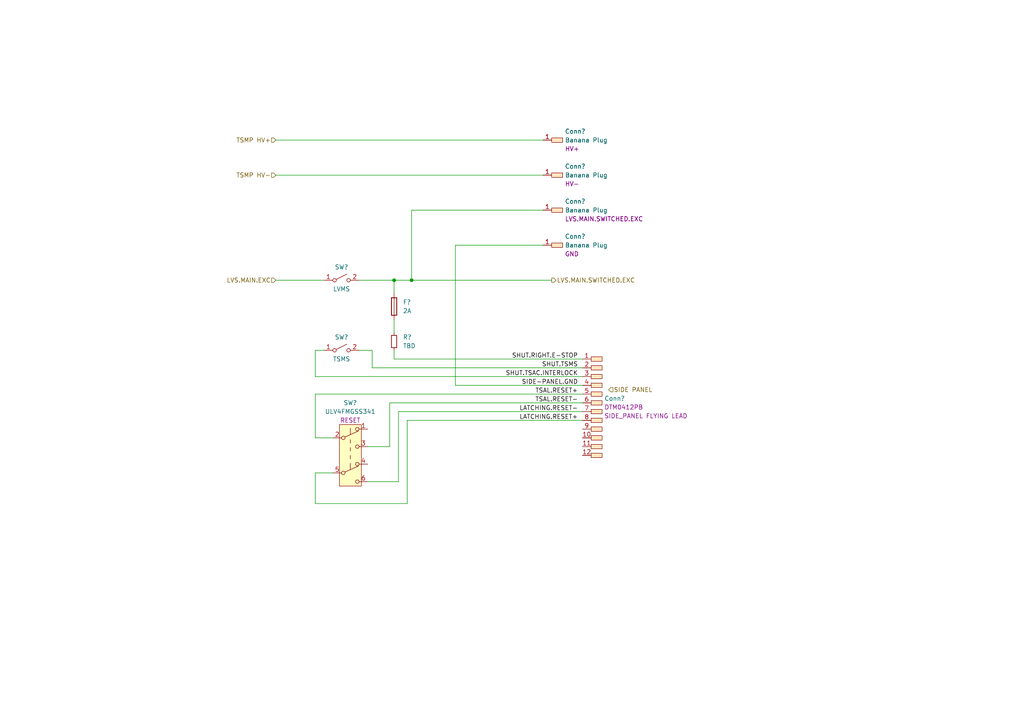
<source format=kicad_sch>
(kicad_sch (version 20231120) (generator "eeschema") (generator_version "8.0")
  (paper "A4")
  (title_block (title "LOOM - SIDE PANEL"))
  (lib_symbols
    (symbol "Connectors_SUFST:Banana Plug"
      (property "Reference" "Conn" (at 0 -1.905 0))
      (property "Connection Type" "HV" (at 0 1.905 0))
      (symbol "Banana Plug_1_1"
        (rectangle (start -3.81 -6.35) (end -0.635 -7.62) (fill (type color) (color 255 229 191 1)))
        (pin input line (at 1.905 -6.985 180) (length 2.54) (name "") (number "1"))
      )
    )
    (symbol "Connectors_SUFST:Deutsch_DTM_12P_Pin"
      (property "Reference" "Conn" (at 0 -1.905 0))
      (property "P/N" "DTM0412PB" (at 0 0 0))
      (symbol "Deutsch_DTM_12P_Pin_0_1"
        (polyline (pts (xy -0.635 -29.845) (xy 1.905 -29.845)))
        (polyline (pts (xy -0.635 -24.765) (xy 1.905 -24.765)))
        (polyline (pts (xy -0.635 -19.685) (xy 1.905 -19.685)))
        (polyline (pts (xy -0.635 -14.605) (xy 1.905 -14.605)))
        (polyline (pts (xy -0.635 -9.525) (xy 1.905 -9.525)))
        (polyline (pts (xy -0.635 -4.445) (xy 1.905 -4.445)))
      )
      (symbol "Deutsch_DTM_12P_Pin_1_1"
        (rectangle (start -3.81 -31.75) (end -0.635 -33.02) (fill (type color) (color 255 229 191 1)))
        (rectangle (start -3.81 -29.21) (end -0.635 -30.48) (fill (type color) (color 255 229 191 1)))
        (rectangle (start -3.81 -26.67) (end -0.635 -27.94) (fill (type color) (color 255 229 191 1)))
        (rectangle (start -3.81 -24.13) (end -0.635 -25.4) (fill (type color) (color 255 229 191 1)))
        (rectangle (start -3.81 -21.59) (end -0.635 -22.86) (fill (type color) (color 255 229 191 1)))
        (rectangle (start -3.81 -19.05) (end -0.635 -20.32) (fill (type color) (color 255 229 191 1)))
        (rectangle (start -3.81 -16.51) (end -0.635 -17.78) (fill (type color) (color 255 229 191 1)))
        (rectangle (start -3.81 -13.97) (end -0.635 -15.24) (fill (type color) (color 255 229 191 1)))
        (rectangle (start -3.81 -11.43) (end -0.635 -12.7) (fill (type color) (color 255 229 191 1)))
        (rectangle (start -3.81 -8.89) (end -0.635 -10.16) (fill (type color) (color 255 229 191 1)))
        (rectangle (start -3.81 -6.35) (end -0.635 -7.62) (fill (type color) (color 255 229 191 1)))
        (rectangle (start -3.81 -3.81) (end -0.635 -5.08) (fill (type color) (color 255 229 191 1)))
        (pin input line (at 1.905 -32.385 180) (length 2.54) (name "") (number "1"))
        (pin input line (at 1.905 -9.525 180) (length 2.54) (name "") (number "10"))
        (pin input line (at 1.905 -6.985 180) (length 2.54) (name "") (number "11"))
        (pin input line (at 1.905 -4.445 180) (length 2.54) (name "") (number "12"))
        (pin input line (at 1.905 -29.845 180) (length 2.54) (name "") (number "2"))
        (pin input line (at 1.905 -27.305 180) (length 2.54) (name "") (number "3"))
        (pin input line (at 1.905 -24.765 180) (length 2.54) (name "") (number "4"))
        (pin input line (at 1.905 -22.225 180) (length 2.54) (name "") (number "5"))
        (pin input line (at 1.905 -19.685 180) (length 2.54) (name "") (number "6"))
        (pin input line (at 1.905 -17.145 180) (length 2.54) (name "") (number "7"))
        (pin input line (at 1.905 -14.605 180) (length 2.54) (name "") (number "8"))
        (pin input line (at 1.905 -12.065 180) (length 2.54) (name "") (number "9"))
      )
    )
    (symbol "Device:Fuse" (pin_numbers hide) (pin_names (offset 0))
      (property "Reference" "F" (at 2.032 0 90))
      (property "Value" "Fuse" (at -1.905 0 90))
      (symbol "Fuse_0_1"
        (rectangle (start -0.762 -2.54) (end 0.762 2.54) (stroke (width 0.254)))
        (polyline (pts (xy 0 2.54) (xy 0 -2.54)))
      )
      (symbol "Fuse_1_1"
        (pin passive line (at 0 3.81 270) (length 1.27) (name "~") (number "1"))
        (pin passive line (at 0 -3.81 90) (length 1.27) (name "~") (number "2"))
      )
    )
    (symbol "Device:R_Small" (pin_numbers hide) (pin_names (offset 0.254) hide)
      (property "Reference" "R" (at 0.762 0.508 0))
      (property "Value" "R_Small" (at 0.762 -1.016 0))
      (symbol "R_Small_0_1"
        (rectangle (start -0.762 1.778) (end 0.762 -1.778) (stroke (width 0.2032)))
      )
      (symbol "R_Small_1_1"
        (pin passive line (at 0 2.54 270) (length 0.762) (name "~") (number "1"))
        (pin passive line (at 0 -2.54 90) (length 0.762) (name "~") (number "2"))
      )
    )
    (symbol "Switch:SW_Push_DPDT" (pin_names (offset 0) hide)
      (property "Reference" "SW" (at 0 10.16 0))
      (property "Value" "SW_Push_DPDT" (at 0 -10.16 0))
      (symbol "SW_Push_DPDT_0_0"
        (circle (center -2.032 -5.08) (radius 0.508))
        (circle (center -2.032 5.08) (radius 0.508))
        (circle (center 2.032 -7.62) (radius 0.508))
        (circle (center 2.032 2.54) (radius 0.508))
      )
      (symbol "SW_Push_DPDT_0_1"
        (polyline (pts (xy -1.524 -4.826) (xy 2.3368 -3.0988)))
        (polyline (pts (xy -1.524 5.334) (xy 2.3368 7.0612)))
        (polyline (pts (xy 0 -2.286) (xy 0 -4.064)))
        (polyline (pts (xy 0 -1.016) (xy 0 0)))
        (polyline (pts (xy 0 1.27) (xy 0 2.286)))
        (polyline (pts (xy 0 3.556) (xy 0 4.572)))
        (polyline (pts (xy 0 7.874) (xy 0 6.096)))
        (circle (center 2.032 -2.54) (radius 0.508))
        (circle (center 2.032 7.62) (radius 0.508))
      )
      (symbol "SW_Push_DPDT_1_1"
        (rectangle (start -3.175 8.89) (end 3.175 -8.89) (fill (type background)))
        (pin passive line (at 5.08 7.62 180) (length 2.54) (name "A") (number "1"))
        (pin passive line (at -5.08 5.08 0) (length 2.54) (name "B") (number "2"))
        (pin passive line (at 5.08 2.54 180) (length 2.54) (name "C") (number "3"))
        (pin passive line (at 5.08 -2.54 180) (length 2.54) (name "A") (number "4"))
        (pin passive line (at -5.08 -5.08 0) (length 2.54) (name "B") (number "5"))
        (pin passive line (at 5.08 -7.62 180) (length 2.54) (name "C") (number "6"))
      )
    )
    (symbol "Switch:SW_SPST" (pin_names (offset 0) hide)
      (property "Reference" "SW" (at 0 3.175 0))
      (property "Value" "SW_SPST" (at 0 -2.54 0))
      (symbol "SW_SPST_0_0"
        (circle (center -2.032 0) (radius 0.508))
        (polyline (pts (xy -1.524 0.254) (xy 1.524 1.778)))
        (circle (center 2.032 0) (radius 0.508))
      )
      (symbol "SW_SPST_1_1"
        (pin passive line (at -5.08 0 0) (length 2.54) (name "A") (number "1"))
        (pin passive line (at 5.08 0 180) (length 2.54) (name "B") (number "2"))
      )
    )
  )
  (junction (at 114.3 81.28))
  (junction (at 119.38 81.28))
  (wire (pts (xy 168.91 111.76) (xy 132.08 111.76)))
  (wire (pts (xy 168.91 119.38) (xy 115.57 119.38)))
  (wire (pts (xy 96.52 137.16) (xy 91.44 137.16)))
  (wire (pts (xy 118.11 146.05) (xy 118.11 121.92)))
  (wire (pts (xy 91.44 146.05) (xy 118.11 146.05)))
  (wire (pts (xy 119.38 81.28) (xy 160.02 81.28)))
  (wire (pts (xy 115.57 139.7) (xy 115.57 119.38)))
  (wire (pts (xy 168.91 121.92) (xy 118.11 121.92)))
  (wire (pts (xy 104.14 81.28) (xy 114.3 81.28)))
  (wire (pts (xy 91.44 101.6) (xy 91.44 109.22)))
  (wire (pts (xy 114.3 104.14) (xy 114.3 101.6)))
  (wire (pts (xy 104.14 101.6) (xy 107.95 101.6)))
  (wire (pts (xy 96.52 127) (xy 91.44 127)))
  (wire (pts (xy 113.03 116.84) (xy 168.91 116.84)))
  (wire (pts (xy 91.44 137.16) (xy 91.44 146.05)))
  (wire (pts (xy 91.44 109.22) (xy 168.91 109.22)))
  (wire (pts (xy 132.08 111.76) (xy 132.08 71.12)))
  (wire (pts (xy 107.95 101.6) (xy 107.95 106.68)))
  (wire (pts (xy 80.01 81.28) (xy 93.98 81.28)))
  (wire (pts (xy 114.3 92.71) (xy 114.3 96.52)))
  (wire (pts (xy 106.68 139.7) (xy 115.57 139.7)))
  (wire (pts (xy 106.68 129.54) (xy 113.03 129.54)))
  (wire (pts (xy 93.98 101.6) (xy 91.44 101.6)))
  (wire (pts (xy 91.44 127) (xy 91.44 114.3)))
  (wire (pts (xy 80.01 40.64) (xy 157.48 40.64)))
  (wire (pts (xy 114.3 104.14) (xy 168.91 104.14)))
  (wire (pts (xy 119.38 60.96) (xy 119.38 81.28)))
  (wire (pts (xy 157.48 60.96) (xy 119.38 60.96)))
  (wire (pts (xy 113.03 129.54) (xy 113.03 116.84)))
  (wire (pts (xy 114.3 81.28) (xy 114.3 85.09)))
  (wire (pts (xy 80.01 50.8) (xy 157.48 50.8)))
  (wire (pts (xy 114.3 81.28) (xy 119.38 81.28)))
  (wire (pts (xy 91.44 114.3) (xy 168.91 114.3)))
  (wire (pts (xy 132.08 71.12) (xy 157.48 71.12)))
  (wire (pts (xy 107.95 106.68) (xy 168.91 106.68)))
  (label "SHUT.TSMS" (at 167.64 106.68 180))
  (label "TSAL.RESET+" (at 167.64 114.3 180))
  (label "TSAL.RESET-" (at 167.64 116.84 180))
  (label "LATCHING.RESET+" (at 167.64 121.92 180))
  (label "LATCHING.RESET-" (at 167.64 119.38 180))
  (label "SHUT.TSAC.INTERLOCK" (at 167.64 109.22 180))
  (label "SIDE-PANEL.GND" (at 167.64 111.76 180))
  (label "SHUT.RIGHT.E-STOP" (at 167.64 104.14 180))
  (hierarchical_label "LVS.MAIN.SWITCHED.EXC" (shape output) (at 160.02 81.28 0))
  (hierarchical_label "SIDE PANEL" (shape input) (at 176.53 113.03 0))
  (hierarchical_label "LVS.MAIN.EXC" (shape input) (at 80.01 81.28 180))
  (hierarchical_label "TSMP HV-" (shape input) (at 80.01 50.8 180))
  (hierarchical_label "TSMP HV+" (shape input) (at 80.01 40.64 180))
  (symbol (lib_id "Device:Fuse") (at 114.3 88.9 0) (unit 1)
    (property "Reference" "F?" (at 116.84 87.63 0) (effects (justify left)))
    (property "Value" "2A" (at 116.84 90.17 0) (effects (justify left)))
  )
  (symbol (lib_id "Switch:SW_Push_DPDT") (at 101.6 132.08 0) (unit 1)
    (property "Reference" "SW?" (at 101.6 116.84 0))
    (property "Value" "ULV4FMGSS341" (at 101.6 119.38 0))
    (property "Conn Name" "RESET" (at 101.6 121.92 0))
  )
  (symbol (lib_id "Switch:SW_SPST") (at 99.06 101.6 0) (unit 1)
    (property "Reference" "SW?" (at 99.06 97.79 0))
    (property "Value" "TSMS" (at 99.06 104.14 0))
  )
  (symbol (lib_id "Connectors_SUFST:Banana Plug") (at 159.385 64.135 0) (mirror y) (unit 1)
    (property "Reference" "Conn?" (at 163.83 68.58 0) (effects (justify right)))
    (property "Value" "Banana Plug" (at 163.83 71.12 0) (effects (justify right)))
    (property "Connection Type" "GND" (at 163.83 73.66 0) (effects (justify right)))
  )
  (symbol (lib_id "Switch:SW_SPST") (at 99.06 81.28 0) (unit 1)
    (property "Reference" "SW?" (at 99.06 77.47 0))
    (property "Value" "LVMS" (at 99.06 83.82 0))
  )
  (symbol (lib_id "Connectors_SUFST:Banana Plug") (at 159.385 53.975 0) (mirror y) (unit 1)
    (property "Reference" "Conn?" (at 163.83 58.42 0) (effects (justify right)))
    (property "Value" "Banana Plug" (at 163.83 60.96 0) (effects (justify right)))
    (property "Connection Type" "LVS.MAIN.SWITCHED.EXC" (at 163.83 63.5 0) (effects (justify right)))
  )
  (symbol (lib_id "Connectors_SUFST:Deutsch_DTM_12P_Pin") (at 170.815 136.525 180) (unit 1)
    (property "Reference" "Conn?" (at 175.26 115.57 0) (effects (justify right)))
    (property "Value" "Deutsch_DTM_12P_Pin" (effects (hide yes)))
    (property "P/N" "DTM0412PB" (at 175.26 118.11 0) (effects (justify right)))
    (property "Conn Name" "SIDE_PANEL FLYING LEAD" (at 175.26 120.65 0) (effects (justify right)))
  )
  (symbol (lib_id "Device:R_Small") (at 114.3 99.06 0) (unit 1)
    (property "Reference" "R?" (at 116.84 97.79 0) (effects (justify left)))
    (property "Value" "TBD" (at 116.84 100.33 0) (effects (justify left)))
  )
  (symbol (lib_id "Connectors_SUFST:Banana Plug") (at 159.385 33.655 0) (mirror y) (unit 1)
    (property "Reference" "Conn?" (at 163.83 38.1 0) (effects (justify right)))
    (property "Value" "Banana Plug" (at 163.83 40.64 0) (effects (justify right)))
    (property "Connection Type" "HV+" (at 163.83 43.18 0) (effects (justify right)))
  )
  (symbol (lib_id "Connectors_SUFST:Banana Plug") (at 159.385 43.815 0) (mirror y) (unit 1)
    (property "Reference" "Conn?" (at 163.83 48.26 0) (effects (justify right)))
    (property "Value" "Banana Plug" (at 163.83 50.8 0) (effects (justify right)))
    (property "Connection Type" "HV-" (at 163.83 53.34 0) (effects (justify right)))
  )
)
</source>
